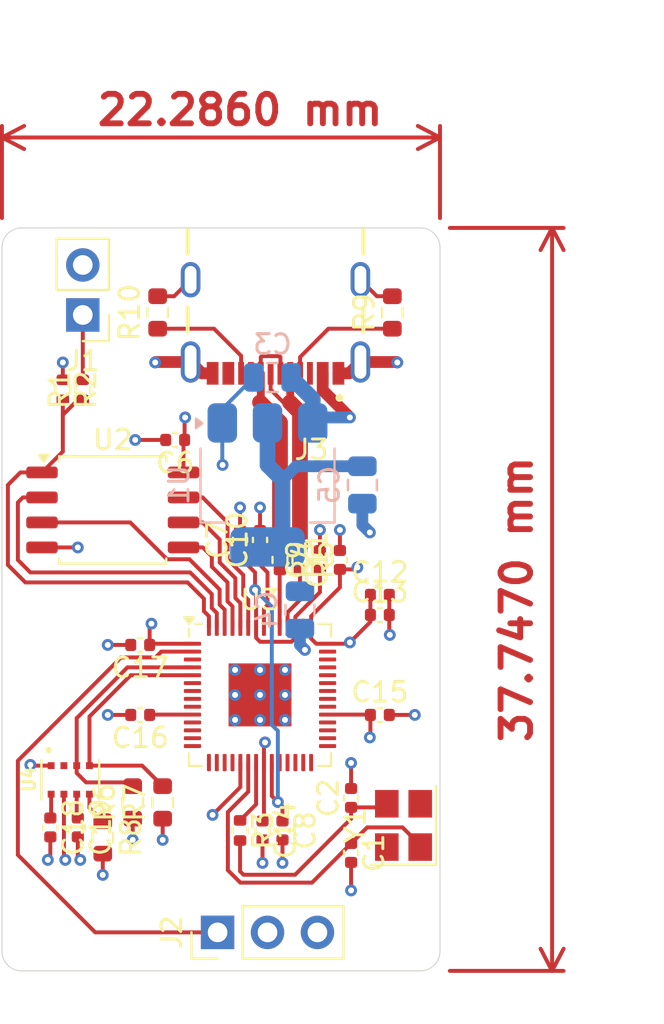
<source format=kicad_pcb>
(kicad_pcb (version 20240108) (generator "pcbnew") (generator_version "8.0")
  (layers (0 "F.Cu" signal) (1 "In1.Cu" power "GND") (2 "In2.Cu" power "3V3") (31 "B.Cu" signal) (34 "B.Paste" user) (35 "F.Paste" user) (36 "B.SilkS" user "B.Silkscreen") (37 "F.SilkS" user "F.Silkscreen") (38 "B.Mask" user) (39 "F.Mask" user) (44 "Edge.Cuts" user))
  (net 0 "")
  (net 1 "GND")
  (net 2 "/MCU/XIN")
  (net 3 "Net-(C2-Pad1)")
  (net 4 "VBUS")
  (net 5 "+3V3")
  (net 6 "+1V1")
  (net 7 "/MCU/~{USB_BOOT}")
  (net 8 "/MCU/GPIO0")
  (net 11 "Net-(J3-CC1)")
  (net 12 "Net-(J3-CC2)")
  (net 13 "/MCU/QSPI_SS")
  (net 14 "/MCU/XOUT")
  (net 15 "Net-(U3-USB_DP)")
  (net 16 "Net-(U3-USB_DM)")
  (net 17 "/MCU/QSPI_SD3")
  (net 18 "/MCU/QSPI_SD2")
  (net 19 "/MCU/QSPI_SD1")
  (net 20 "/MCU/QSPI_SCLK")
  (net 21 "/MCU/QSPI_SD0")
  (net 22 "/MCU/GPIO18")
  (net 23 "/MCU/GPIO1")
  (net 24 "/MCU/GPIO7")
  (net 25 "/MCU/GPIO25")
  (net 26 "/MCU/SWD")
  (net 27 "/MCU/GPIO20")
  (net 28 "/MCU/GPIO10")
  (net 29 "/MCU/GPIO26_ADC0")
  (net 30 "/MCU/GPIO9")
  (net 31 "/MCU/GPIO8")
  (net 32 "/MCU/GPIO5")
  (net 33 "/MCU/GPIO24")
  (net 34 "/MCU/GPIO4")
  (net 35 "/MCU/GPIO28_ADC2")
  (net 36 "/MCU/GPIO21")
  (net 37 "/MCU/GPIO12")
  (net 38 "/MCU/GPIO22")
  (net 39 "/MCU/GPIO15")
  (net 40 "/MCU/GPIO11")
  (net 41 "/MCU/RUN")
  (net 42 "/MCU/GPIO6")
  (net 43 "/MCU/GPIO29_ADC3")
  (net 44 "/MCU/GPIO14")
  (net 45 "/MCU/SWCLK")
  (net 46 "/MCU/GPIO17")
  (net 47 "/MCU/GPIO19")
  (net 48 "/MCU/GPIO27_ADC1")
  (net 49 "/MCU/GPIO16")
  (net 50 "/MCU/GPIO23")
  (net 51 "/MCU/GPIO13")
  (net 53 "USB_D+")
  (net 54 "USB_D-")
  (net 55 "SDI")
  (net 56 "SDK")
  (net 57 "SDO")
  (footprint "Connector_PinHeader_2.54mm:PinHeader_1x02_P2.54mm_Vertical" (layer "F.Cu") (at 133.604 74.295 180)
    (property "Reference" "J1")
    (property "Value" "Conn_01x02")
  )
  (footprint "Package_SO:SOIC-8_5.23x5.23mm_P1.27mm" (layer "F.Cu") (at 135.128 84.201)
    (property "Reference" "U2")
    (property "Value" "W25Q128JVS")
  )
  (footprint "Resistor_SMD:R_0603_1608Metric" (layer "F.Cu") (at 149.352 74.168 90)
    (property "Reference" "R9")
    (property "Value" "5k")
  )
  (footprint "Capacitor_SMD:C_0402_1005Metric" (layer "F.Cu") (at 148.717 89.535)
    (property "Reference" "C13")
    (property "Value" "100n")
  )
  (footprint "Resistor_SMD:R_0603_1608Metric" (layer "F.Cu") (at 134.62 100.838 -90)
    (property "Reference" "R8")
    (property "Value" "100k")
  )
  (footprint "Capacitor_SMD:C_0402_1005Metric" (layer "F.Cu") (at 146.685 86.741 90)
    (property "Reference" "C11")
    (property "Value" "1u")
  )
  (footprint "Capacitor_SMD:C_0402_1005Metric" (layer "F.Cu") (at 147.254 98.833 90)
    (property "Reference" "C2")
    (property "Value" "15p")
  )
  (footprint "Capacitor_SMD:C_0402_1005Metric" (layer "F.Cu") (at 131.953 100.33 -90)
    (property "Reference" "C18")
    (property "Value" "100n")
  )
  (footprint "Crystal:Crystal_SMD_3225-4Pin_3.2x2.5mm" (layer "F.Cu") (at 149.921 100.23 90)
    (property "Reference" "Y1")
    (property "Value" "ABM8-272-T3")
  )
  (footprint "Package_DFN_QFN:QFN-56-1EP_7x7mm_P0.4mm_EP3.2x3.2mm" (layer "F.Cu") (at 142.621 93.599)
    (property "Reference" "U3")
    (property "Value" "RP2040")
  )
  (footprint "Capacitor_SMD:C_0402_1005Metric" (layer "F.Cu") (at 138.303 80.645 180)
    (property "Reference" "C6")
    (property "Value" "100n")
  )
  (footprint "Resistor_SMD:R_0603_1608Metric" (layer "F.Cu") (at 137.668 99.06 90)
    (property "Reference" "R7")
    (property "Value" "10k")
  )
  (footprint "Resistor_SMD:R_0402_1005Metric" (layer "F.Cu") (at 133.604 78.1 90)
    (property "Reference" "R1")
    (property "Value" "1k")
  )
  (footprint "Capacitor_SMD:C_0402_1005Metric" (layer "F.Cu") (at 136.525 94.615 180)
    (property "Reference" "C16")
    (property "Value" "100n")
  )
  (footprint "Resistor_SMD:R_0603_1608Metric" (layer "F.Cu") (at 136.144 99.06 90)
    (property "Reference" "R6")
    (property "Value" "10k")
  )
  (footprint "Resistor_SMD:R_0402_1005Metric" (layer "F.Cu") (at 141.605 100.485 -90)
    (property "Reference" "R3")
    (property "Value" "1k")
  )
  (footprint "Resistor_SMD:R_0603_1608Metric" (layer "F.Cu") (at 137.414 74.168 90)
    (property "Reference" "R10")
    (property "Value" "5k")
  )
  (footprint "Capacitor_SMD:C_0402_1005Metric" (layer "F.Cu") (at 136.525 91.059 180)
    (property "Reference" "C17")
    (property "Value" "100n")
  )
  (footprint "Capacitor_SMD:C_0402_1005Metric" (layer "F.Cu") (at 148.717 94.615)
    (property "Reference" "C15")
    (property "Value" "100n")
  )
  (footprint "Capacitor_SMD:C_0402_1005Metric" (layer "F.Cu") (at 133.35 100.33 -90)
    (property "Reference" "C19")
    (property "Value" "100n")
  )
  (footprint "Resistor_SMD:R_0402_1005Metric" (layer "F.Cu") (at 143.637 86.741 -90)
    (property "Reference" "R4")
    (property "Value" "27")
  )
  (footprint "Capacitor_SMD:C_0402_1005Metric" (layer "F.Cu") (at 142.748 100.485 -90)
    (property "Reference" "C14")
    (property "Value" "100n")
  )
  (footprint "duso:GCT_USB4105-GF-A" (layer "F.Cu") (at 143.4095 72.5055 180)
    (property "Reference" "J3")
    (property "Value" "USB4105-GF-A")
  )
  (footprint "Capacitor_SMD:C_0402_1005Metric" (layer "F.Cu") (at 143.764 100.485 -90)
    (property "Reference" "C8")
    (property "Value" "100n")
  )
  (footprint "Capacitor_SMD:C_0402_1005Metric" (layer "F.Cu") (at 141.605 85.725 90)
    (property "Reference" "C7")
    (property "Value" "100n")
  )
  (footprint "Resistor_SMD:R_0402_1005Metric" (layer "F.Cu") (at 144.653 86.741 -90)
    (property "Reference" "R5")
    (property "Value" "27")
  )
  (footprint "Capacitor_SMD:C_0402_1005Metric" (layer "F.Cu") (at 147.254 101.627 -90)
    (property "Reference" "C1")
    (property "Value" "15p")
  )
  (footprint "Capacitor_SMD:C_0402_1005Metric" (layer "F.Cu") (at 148.717 88.519)
    (property "Reference" "C12")
    (property "Value" "100n")
  )
  (footprint "Capacitor_SMD:C_0402_1005Metric" (layer "F.Cu") (at 145.669 86.741 90)
    (property "Reference" "C9")
    (property "Value" "1u")
  )
  (footprint "duso:XDCR_DPS310XTSA1" (layer "F.Cu") (at 132.969 97.917 90)
    (property "Reference" "U4")
    (property "Value" "DPS310XTSA1")
  )
  (footprint "Connector_PinHeader_2.54mm:PinHeader_1x03_P2.54mm_Vertical" (layer "F.Cu") (at 140.462 105.664 90)
    (property "Reference" "J2")
    (property "Value" "Conn_01x03")
  )
  (footprint "Resistor_SMD:R_0402_1005Metric" (layer "F.Cu") (at 132.588 78.1 -90)
    (property "Reference" "R2")
    (property "Value" "DNF")
  )
  (footprint "Capacitor_SMD:C_0402_1005Metric" (layer "F.Cu") (at 142.621 85.725 90)
    (property "Reference" "C10")
    (property "Value" "100n")
  )
  (footprint "Package_TO_SOT_SMD:SOT-223-3_TabPin2" (layer "B.Cu") (at 143.002 82.931 -90)
    (property "Reference" "U1")
    (property "Value" "NCP1117-3.3_SOT223")
  )
  (footprint "Capacitor_SMD:C_0805_2012Metric" (layer "B.Cu") (at 143.256 77.47 180)
    (property "Reference" "C3")
    (property "Value" "10u")
  )
  (footprint "Capacitor_SMD:C_0805_2012Metric" (layer "B.Cu") (at 144.653 89.281 -90)
    (property "Reference" "C4")
    (property "Value" "10u")
  )
  (footprint "Capacitor_SMD:C_0805_2012Metric" (layer "B.Cu") (at 147.828 82.931 -90)
    (property "Reference" "C5")
    (property "Value" "10u")
  )
  (gr_arc (start 150.778 69.873) (mid 151.485107 70.165893) (end 151.778 70.873) (stroke (width 0.05)) (layer "Edge.Cuts"))
  (gr_arc (start 151.778 106.62) (mid 151.485107 107.327107) (end 150.778 107.62) (stroke (width 0.05)) (layer "Edge.Cuts"))
  (gr_arc (start 130.492 107.62) (mid 129.784893 107.327107) (end 129.492 106.62) (stroke (width 0.05)) (layer "Edge.Cuts"))
  (gr_line (start 150.778 107.62) (end 130.492 107.62) (stroke (width 0.05)) (layer "Edge.Cuts"))
  (gr_line (start 151.778 70.873) (end 151.778 106.62) (stroke (width 0.05)) (layer "Edge.Cuts"))
  (gr_arc (start 129.492 70.873) (mid 129.784893 70.165893) (end 130.492 69.873) (stroke (width 0.05)) (layer "Edge.Cuts"))
  (gr_line (start 130.492 69.873) (end 150.778 69.873) (stroke (width 0.05)) (layer "Edge.Cuts"))
  (gr_line (start 129.492 106.62) (end 129.492 70.873) (stroke (width 0.05)) (layer "Edge.Cuts"))
  (dimension (type aligned) (layer "F.Cu") (pts (xy 151.778 69.873) (xy 151.778 107.62)) (height -5.702) (gr_text "37.7470 mm" (at 155.68 88.7465 90) (layer "F.Cu") (effects (font (size 1.5 1.5) (thickness 0.3)))) (format (prefix "") (suffix "") (units 3) (units_format 1) (precision 4)) (style (thickness 0.2) (arrow_length 1.27) (text_position_mode 0) (extension_height 0.58642) (extension_offset 0.5) keep_text_aligned))
  (dimension (type aligned) (layer "F.Cu") (pts (xy 129.492 69.873) (xy 151.778 69.873)) (height -4.595) (gr_text "22.2860 mm" (at 141.605 63.881 0) (layer "F.Cu") (effects (font (size 1.5 1.5) (thickness 0.3)))) (format (prefix "") (suffix "") (units 3) (units_format 1) (precision 4)) (style (thickness 0.2) (arrow_length 1.27) (text_position_mode 2) (extension_height 0.58642) (extension_offset 0.5) keep_text_aligned))
  (segment (start 147.7295 76.6855) (end 149.5835 76.6855) (width 0.6) (layer "F.Cu") (net 1))
  (segment (start 148.567 73.343) (end 147.7295 72.5055) (width 0.2) (layer "F.Cu") (net 1))
  (segment (start 146.6095 77.2605) (end 147.1545 77.2605) (width 0.6) (layer "F.Cu") (net 1))
  (segment (start 142.621 85.245) (end 142.621 84.074) (width 0.2) (layer "F.Cu") (net 1))
  (segment (start 134.62 101.663) (end 134.62 102.743) (width 0.2) (layer "F.Cu") (net 1))
  (segment (start 136.045 91.059) (end 134.874 91.059) (width 0.2) (layer "F.Cu") (net 1))
  (segment (start 133.35 101.854) (end 133.477 101.981) (width 0.2) (layer "F.Cu") (net 1))
  (segment (start 139.6645 77.2605) (end 139.0895 76.6855) (width 0.6) (layer "F.Cu") (net 1))
  (segment (start 141.621 97.0365) (end 141.621 98.282) (width 0.2) (layer "F.Cu") (net 1))
  (segment (start 146.685 86.261) (end 146.685 85.217) (width 0.2) (layer "F.Cu") (net 1))
  (segment (start 132.644 101.91) (end 132.715 101.981) (width 0.2) (layer "F.Cu") (net 1))
  (segment (start 149.197 88.519) (end 149.197 89.535) (width 0.2) (layer "F.Cu") (net 1))
  (segment (start 147.1545 77.2605) (end 147.7295 76.6855) (width 0.6) (layer "F.Cu") (net 1))
  (segment (start 149.197 94.615) (end 150.495 94.615) (width 0.2) (layer "F.Cu") (net 1))
  (segment (start 147.254 98.353) (end 147.254 97.055) (width 0.2) (layer "F.Cu") (net 1))
  (segment (start 143.764 100.965) (end 143.764 102.136) (width 0.2) (layer "F.Cu") (net 1))
  (segment (start 131.953 101.854) (end 131.826 101.981) (width 0.2) (layer "F.Cu") (net 1))
  (segment (start 141.605 85.245) (end 141.605 84.074) (width 0.2) (layer "F.Cu") (net 1))
  (segment (start 139.0895 76.6855) (end 137.3095 76.6855) (width 0.6) (layer "F.Cu") (net 1))
  (segment (start 149.197 89.535) (end 149.197 90.523) (width 0.2) (layer "F.Cu") (net 1))
  (segment (start 138.252 73.343) (end 139.0895 72.5055) (width 0.2) (layer "F.Cu") (net 1))
  (segment (start 131.953 100.81) (end 131.953 101.854) (width 0.2) (layer "F.Cu") (net 1))
  (segment (start 141.621 98.282) (end 140.208 99.695) (width 0.2) (layer "F.Cu") (net 1))
  (segment (start 130.974 97.192) (end 130.937 97.155) (width 0.2) (layer "F.Cu") (net 1))
  (segment (start 137.823 80.645) (end 136.271 80.645) (width 0.2) (layer "F.Cu") (net 1))
  (segment (start 133.35 100.81) (end 133.35 101.854) (width 0.2) (layer "F.Cu") (net 1))
  (segment (start 147.254 102.107) (end 147.254 103.532) (width 0.2) (layer "F.Cu") (net 1))
  (segment (start 145.669 86.261) (end 145.669 85.217) (width 0.2) (layer "F.Cu") (net 1))
  (segment (start 149.352 73.343) (end 148.567 73.343) (width 0.2) (layer "F.Cu") (net 1))
  (segment (start 137.3095 76.6855) (end 137.287 76.708) (width 0.6) (layer "F.Cu") (net 1))
  (segment (start 137.414 73.343) (end 138.252 73.343) (width 0.2) (layer "F.Cu") (net 1))
  (segment (start 131.994 97.192) (end 130.974 97.192) (width 0.2) (layer "F.Cu") (net 1))
  (segment (start 140.2095 77.2605) (end 139.6645 77.2605) (width 0.6) (layer "F.Cu") (net 1))
  (segment (start 131.528 86.106) (end 133.35 86.106) (width 0.2) (layer "F.Cu") (net 1))
  (segment (start 149.197 90.523) (end 149.225 90.551) (width 0.2) (layer "F.Cu") (net 1))
  (segment (start 149.5835 76.6855) (end 149.606 76.708) (width 0.6) (layer "F.Cu") (net 1))
  (segment (start 136.045 94.615) (end 134.874 94.615) (width 0.2) (layer "F.Cu") (net 1))
  (segment (start 132.644 98.642) (end 132.644 101.91) (width 0.2) (layer "F.Cu") (net 1))
  (segment (start 142.748 100.965) (end 142.748 102.136) (width 0.2) (layer "F.Cu") (net 1))
  (via (at 143.891 94.869) (size 0.6) (drill 0.3) (layers "F.Cu" "B.Cu") (net 1))
  (via (at 150.495 94.615) (size 0.6) (drill 0.3) (layers "F.Cu" "B.Cu") (net 1))
  (via (at 142.621 94.869) (size 0.6) (drill 0.3) (layers "F.Cu" "B.Cu") (net 1))
  (via (at 142.621 92.329) (size 0.6) (drill 0.3) (layers "F.Cu" "B.Cu") (net 1))
  (via (at 140.208 99.695) (size 0.6) (drill 0.3) (layers "F.Cu" "B.Cu") (net 1))
  (via (at 136.271 80.645) (size 0.6) (drill 0.3) (layers "F.Cu" "B.Cu") (net 1))
  (via (at 147.254 103.532) (size 0.6) (drill 0.3) (layers "F.Cu" "B.Cu") (net 1))
  (via (at 149.225 90.551) (size 0.6) (drill 0.3) (layers "F.Cu" "B.Cu") (net 1))
  (via (at 149.606 76.708) (size 0.6) (drill 0.3) (layers "F.Cu" "B.Cu") (net 1))
  (via (at 133.35 86.106) (size 0.6) (drill 0.3) (layers "F.Cu" "B.Cu") (net 1))
  (via (at 143.891 92.329) (size 0.6) (drill 0.3) (layers "F.Cu" "B.Cu") (net 1))
  (via (at 134.874 91.059) (size 0.6) (drill 0.3) (layers "F.Cu" "B.Cu") (net 1))
  (via (at 143.891 93.599) (size 0.6) (drill 0.3) (layers "F.Cu" "B.Cu") (net 1))
  (via (at 145.669 85.217) (size 0.6) (drill 0.3) (layers "F.Cu" "B.Cu") (net 1))
  (via (at 134.874 94.615) (size 0.6) (drill 0.3) (layers "F.Cu" "B.Cu") (net 1))
  (via (at 141.351 92.329) (size 0.6) (drill 0.3) (layers "F.Cu" "B.Cu") (net 1))
  (via (at 144.907 91.313) (size 0.6) (drill 0.3) (layers "F.Cu" "B.Cu") (net 1))
  (via (at 142.748 102.136) (size 0.6) (drill 0.3) (layers "F.Cu" "B.Cu") (net 1))
  (via (at 131.826 101.981) (size 0.6) (drill 0.3) (layers "F.Cu" "B.Cu") (net 1))
  (via (at 134.62 102.743) (size 0.6) (drill 0.3) (layers "F.Cu" "B.Cu") (net 1))
  (via (at 142.621 92.329) (size 0.6) (drill 0.3) (layers "F.Cu" "B.Cu") (net 1))
  (via (at 133.477 101.981) (size 0.6) (drill 0.3) (layers "F.Cu" "B.Cu") (net 1))
  (via (at 141.605 84.074) (size 0.6) (drill 0.3) (layers "F.Cu" "B.Cu") (net 1))
  (via (at 143.764 102.136) (size 0.6) (drill 0.3) (layers "F.Cu" "B.Cu") (net 1))
  (via (at 141.351 94.869) (size 0.6) (drill 0.3) (layers "F.Cu" "B.Cu") (net 1))
  (via (at 132.715 101.981) (size 0.6) (drill 0.3) (layers "F.Cu" "B.Cu") (net 1))
  (via (at 130.937 97.155) (size 0.6) (drill 0.3) (layers "F.Cu" "B.Cu") (net 1))
  (via (at 140.716 81.915) (size 0.6) (drill 0.3) (layers "F.Cu" "B.Cu") (net 1))
  (via (at 146.685 85.217) (size 0.6) (drill 0.3) (layers "F.Cu" "B.Cu") (net 1))
  (via (at 137.287 76.708) (size 0.6) (drill 0.3) (layers "F.Cu" "B.Cu") (net 1))
  (via (at 141.351 93.599) (size 0.6) (drill 0.3) (layers "F.Cu" "B.Cu") (net 1))
  (via (at 142.621 84.074) (size 0.6) (drill 0.3) (layers "F.Cu" "B.Cu") (net 1))
  (via (at 142.621 93.599) (size 0.6) (drill 0.3) (layers "F.Cu" "B.Cu") (net 1))
  (via (at 147.254 97.055) (size 0.6) (drill 0.3) (layers "F.Cu" "B.Cu") (net 1))
  (via (at 148.209 85.344) (size 0.6) (drill 0.3) (layers "F.Cu" "B.Cu") (net 1))
  (segment (start 144.653 90.231) (end 144.653 91.059) (width 0.6) (layer "B.Cu") (net 1))
  (segment (start 140.702 79.781) (end 140.702 81.901) (width 0.2) (layer "B.Cu") (net 1))
  (segment (start 147.828 84.963) (end 148.209 85.344) (width 0.6) (layer "B.Cu") (net 1))
  (segment (start 142.306 77.47) (end 140.702 79.074) (width 0.2) (layer "B.Cu") (net 1))
  (segment (start 140.702 81.901) (end 140.716 81.915) (width 0.2) (layer "B.Cu") (net 1))
  (segment (start 144.653 91.059) (end 144.907 91.313) (width 0.6) (layer "B.Cu") (net 1))
  (segment (start 140.702 79.074) (end 140.702 79.781) (width 0.2) (layer "B.Cu") (net 1))
  (segment (start 147.828 83.881) (end 147.828 84.963) (width 0.6) (layer "B.Cu") (net 1))
  (segment (start 145.265 103.136) (end 147.254 101.147) (width 0.2) (layer "F.Cu") (net 2))
  (segment (start 149.871 100.33) (end 150.771 101.23) (width 0.2) (layer "F.Cu") (net 2))
  (segment (start 142.020999 98.517001) (end 140.985 99.553) (width 0.2) (layer "F.Cu") (net 2))
  (segment (start 147.254 101.147) (end 148.071 100.33) (width 0.2) (layer "F.Cu") (net 2))
  (segment (start 142.020999 97.0365) (end 142.020999 98.517001) (width 0.2) (layer "F.Cu") (net 2))
  (segment (start 150.771 101.23) (end 150.771 101.33) (width 0.2) (layer "F.Cu") (net 2))
  (segment (start 140.985 99.553) (end 140.985 102.504) (width 0.2) (layer "F.Cu") (net 2))
  (segment (start 148.071 100.33) (end 149.871 100.33) (width 0.2) (layer "F.Cu") (net 2))
  (segment (start 140.985 102.504) (end 141.617 103.136) (width 0.2) (layer "F.Cu") (net 2))
  (segment (start 141.617 103.136) (end 145.265 103.136) (width 0.2) (layer "F.Cu") (net 2))
  (segment (start 141.605 100.995) (end 141.605 102.558314) (width 0.2) (layer "F.Cu") (net 3))
  (segment (start 141.782686 102.736) (end 144.406 102.736) (width 0.2) (layer "F.Cu") (net 3))
  (segment (start 147.254 99.313) (end 148.888 99.313) (width 0.2) (layer "F.Cu") (net 3))
  (segment (start 144.406 102.736) (end 147.254 99.888) (width 0.2) (layer "F.Cu") (net 3))
  (segment (start 148.888 99.313) (end 149.071 99.13) (width 0.2) (layer "F.Cu") (net 3))
  (segment (start 141.605 102.558314) (end 141.782686 102.736) (width 0.2) (layer "F.Cu") (net 3))
  (segment (start 147.254 99.888) (end 147.254 99.313) (width 0.2) (layer "F.Cu") (net 3))
  (segment (start 145.8095 78.1185) (end 147.193 79.502) (width 0.6) (layer "F.Cu") (net 4))
  (segment (start 145.8095 77.2605) (end 145.8095 78.1185) (width 0.6) (layer "F.Cu") (net 4))
  (via (at 147.193 79.502) (size 0.6) (drill 0.3) (layers "F.Cu" "B.Cu") (net 4))
  (segment (start 144.206 77.47) (end 145.302 78.566) (width 0.8) (layer "B.Cu") (net 4))
  (segment (start 145.581 79.502) (end 145.302 79.781) (width 0.6) (layer "B.Cu") (net 4))
  (segment (start 147.193 79.502) (end 145.581 79.502) (width 0.6) (layer "B.Cu") (net 4))
  (segment (start 145.302 78.566) (end 145.302 79.781) (width 0.8) (layer "B.Cu") (net 4))
  (segment (start 138.783 79.53) (end 138.811 79.502) (width 0.2) (layer "F.Cu") (net 5))
  (segment (start 133.294 99.794) (end 133.35 99.85) (width 0.2) (layer "F.Cu") (net 5))
  (segment (start 145.221 90.561501) (end 145.221 90.738) (width 0.2) (layer "F.Cu") (net 5))
  (segment (start 148.237 89.535) (end 148.237 89.888) (width 0.2) (layer "F.Cu") (net 5))
  (segment (start 147.126 90.999) (end 147.193 90.932) (width 0.2) (layer "F.Cu") (net 5))
  (segment (start 143.002 87.376) (end 143.002 89.027) (width 0.2) (layer "F.Cu") (net 5))
  (segment (start 144.820999 90.1615) (end 145.221 90.561501) (width 0.2) (layer "F.Cu") (net 5))
  (segment (start 137.005 90.071) (end 137.0965 89.9795) (width 0.2) (layer "F.Cu") (net 5))
  (segment (start 142.821 99.932) (end 142.748 100.005) (width 0.2) (layer "F.Cu") (net 5))
  (segment (start 146.0585 94.599) (end 148.221 94.599) (width 0.2) (layer "F.Cu") (net 5))
  (segment (start 145.221 90.1615) (end 145.221 90.738) (width 0.2) (layer "F.Cu") (net 5))
  (segment (start 143.002 89.027) (end 142.821 89.208) (width 0.2) (layer "F.Cu") (net 5))
  (segment (start 146.0585 90.999) (end 147.126 90.999) (width 0.2) (layer "F.Cu") (net 5))
  (segment (start 139.1835 90.999) (end 137.065 90.999) (width 0.2) (layer "F.Cu") (net 5))
  (segment (start 148.237 94.615) (end 148.237 95.73) (width 0.2) (layer "F.Cu") (net 5))
  (segment (start 142.821 96.066) (end 142.875 96.012) (width 0.2) (layer "F.Cu") (net 5))
  (segment (start 136.144 99.885) (end 136.144 100.965) (width 0.2) (layer "F.Cu") (net 5))
  (segment (start 138.783 80.645) (end 138.783 79.53) (width 0.2) (layer "F.Cu") (net 5))
  (segment (start 138.728 80.7) (end 138.783 80.645) (width 0.2) (layer "F.Cu") (net 5))
  (segment (start 142.821 97.0365) (end 142.821 96.066) (width 0.2) (layer "F.Cu") (net 5))
  (segment (start 138.728 82.296) (end 138.728 80.7) (width 0.2) (layer "F.Cu") (net 5))
  (segment (start 145.482 90.999) (end 146.0585 90.999) (width 0.2) (layer "F.Cu") (net 5))
  (segment (start 142.821 89.208) (end 142.821 90.1615) (width 0.2) (layer "F.Cu") (net 5))
  (segment (start 137.668 99.885) (end 137.668 100.965) (width 0.2) (layer "F.Cu") (net 5))
  (segment (start 131.994 99.809) (end 131.953 99.85) (width 0.2) (layer "F.Cu") (net 5))
  (segment (start 146.685 88.138) (end 146.685 87.221) (width 0.2) (layer "F.Cu") (net 5))
  (segment (start 143.002 89.027) (end 143.221001 89.246001) (width 0.2) (layer "F.Cu") (net 5))
  (segment (start 145.221 90.1615) (end 145.221 89.602) (width 0.2) (layer "F.Cu") (net 5))
  (segment (start 137.065 90.999) (end 137.005 91.059) (width 0.2) (layer "F.Cu") (net 5))
  (segment (start 142.821 97.0365) (end 142.821 99.932) (width 0.2) (layer "F.Cu") (net 5))
  (segment (start 131.994 98.642) (end 131.994 99.809) (width 0.2) (layer "F.Cu") (net 5))
  (segment (start 133.294 98.642) (end 133.294 99.794) (width 0.2) (layer "F.Cu") (net 5))
  (segment (start 132.588 77.59) (end 132.588 76.708) (width 0.2) (layer "F.Cu") (net 5))
  (segment (start 148.237 95.73) (end 148.209 95.758) (width 0.2) (layer "F.Cu") (net 5))
  (segment (start 142.621 86.995) (end 143.002 87.376) (width 0.2) (layer "F.Cu") (net 5))
  (segment (start 147.475 87.221) (end 147.574 87.122) (width 0.2) (layer "F.Cu") (net 5))
  (segment (start 137.021 94.599) (end 137.005 94.615) (width 0.2) (layer "F.Cu") (net 5))
  (segment (start 148.237 89.888) (end 147.193 90.932) (width 0.2) (layer "F.Cu") (net 5))
  (segment (start 148.237 88.519) (end 148.237 89.535) (width 0.2) (layer "F.Cu") (net 5))
  (segment (start 146.685 87.221) (end 147.475 87.221) (width 0.2) (layer "F.Cu") (net 5))
  (segment (start 142.621 86.205) (end 142.621 86.995) (width 0.2) (layer "F.Cu") (net 5))
  (segment (start 145.221 89.602) (end 146.685 88.138) (width 0.2) (layer "F.Cu") (net 5))
  (segment (start 139.1835 94.599) (end 137.021 94.599) (width 0.2) (layer "F.Cu") (net 5))
  (segment (start 137.005 91.059) (end 137.005 90.071) (width 0.2) (layer "F.Cu") (net 5))
  (segment (start 148.221 94.599) (end 148.237 94.615) (width 0.2) (layer "F.Cu") (net 5))
  (segment (start 143.221001 89.246001) (end 143.221001 90.1615) (width 0.2) (layer "F.Cu") (net 5))
  (segment (start 145.221 90.738) (end 145.482 90.999) (width 0.2) (layer "F.Cu") (net 5))
  (via (at 132.588 76.708) (size 0.6) (drill 0.3) (layers "F.Cu" "B.Cu") (net 5))
  (via (at 137.0965 89.9795) (size 0.6) (drill 0.3) (layers "F.Cu" "B.Cu") (net 5))
  (via (at 142.875 96.012) (size 0.6) (drill 0.3) (layers "F.Cu" "B.Cu") (net 5))
  (via (at 136.144 100.965) (size 0.6) (drill 0.3) (layers "F.Cu" "B.Cu") (net 5))
  (via (at 138.811 79.502) (size 0.6) (drill 0.3) (layers "F.Cu" "B.Cu") (net 5))
  (via (at 147.574 87.122) (size 0.6) (drill 0.3) (layers "F.Cu" "B.Cu") (net 5))
  (via (at 148.209 95.758) (size 0.6) (drill 0.3) (layers "F.Cu" "B.Cu") (net 5))
  (via (at 137.668 100.965) (size 0.6) (drill 0.3) (layers "F.Cu" "B.Cu") (net 5))
  (via (at 147.193 90.932) (size 0.6) (drill 0.3) (layers "F.Cu" "B.Cu") (net 5))
  (segment (start 143.002 81.915) (end 143.764 82.677) (width 0.8) (layer "B.Cu") (net 5))
  (segment (start 143.764 82.677) (end 144.46 81.981) (width 0.6) (layer "B.Cu") (net 5))
  (segment (start 144.46 81.981) (end 147.828 81.981) (width 0.6) (layer "B.Cu") (net 5))
  (segment (start 143.764 85.319) (end 143.002 86.081) (width 0.8) (layer "B.Cu") (net 5))
  (segment (start 143.002 79.781) (end 143.002 81.915) (width 0.8) (layer "B.Cu") (net 5))
  (segment (start 143.764 82.677) (end 143.764 85.319) (width 0.8) (layer "B.Cu") (net 5))
  (segment (start 143.221001 98.733001) (end 143.221001 97.0365) (width 0.2) (layer "F.Cu") (net 6))
  (segment (start 144.21736 90.899) (end 144.421 90.69536) (width 0.2) (layer "F.Cu") (net 6))
  (segment (start 144.421 90.69536) (end 144.421 89.627639) (width 0.2) (layer "F.Cu") (net 6))
  (segment (start 145.669 88.379639) (end 145.669 87.221) (width 0.2) (layer "F.Cu") (net 6))
  (segment (start 142.367 88.265) (end 142.367 87.376) (width 0.2) (layer "F.Cu") (net 6))
  (segment (start 143.529 99.041) (end 143.764 99.276) (width 0.2) (layer "F.Cu") (net 6))
  (segment (start 142.421 90.1615) (end 142.421 88.319) (width 0.2) (layer "F.Cu") (net 6))
  (segment (start 141.605 86.205) (end 141.605 86.614) (width 0.2) (layer "F.Cu") (net 6))
  (segment (start 142.367 88.265) (end 142.421 88.319) (width 0.2) (layer "F.Cu") (net 6))
  (segment (start 143.529 99.041) (end 143.221001 98.733001) (width 0.2) (layer "F.Cu") (net 6))
  (segment (start 142.421 90.69536) (end 142.62464 90.899) (width 0.2) (layer "F.Cu") (net 6))
  (segment (start 141.605 86.614) (end 142.24 87.249) (width 0.2) (layer "F.Cu") (net 6))
  (segment (start 144.421 89.627639) (end 145.669 88.379639) (width 0.2) (layer "F.Cu") (net 6))
  (segment (start 142.62464 90.899) (end 144.21736 90.899) (width 0.2) (layer "F.Cu") (net 6))
  (segment (start 143.764 99.276) (end 143.764 100.005) (width 0.2) (layer "F.Cu") (net 6))
  (segment (start 142.421 88.319) (end 142.421 90.69536) (width 0.2) (layer "F.Cu") (net 6))
  (segment (start 144.421 90.1615) (end 144.421 89.627639) (width 0.2) (layer "F.Cu") (net 6))
  (segment (start 142.367 87.376) (end 142.24 87.249) (width 0.2) (layer "F.Cu") (net 6))
  (via (at 143.529 99.041) (size 0.6) (drill 0.3) (layers "F.Cu" "B.Cu") (net 6))
  (via (at 142.367 88.265) (size 0.6) (drill 0.3) (layers "F.Cu" "B.Cu") (net 6))
  (segment (start 143.221 95.117529) (end 143.529 95.425529) (width 0.2) (layer "B.Cu") (net 6))
  (segment (start 143.221 89.119) (end 143.221 95.117529) (width 0.2) (layer "B.Cu") (net 6))
  (segment (start 143.529 95.425529) (end 143.529 99.041) (width 0.2) (layer "B.Cu") (net 6))
  (segment (start 142.367 88.265) (end 143.221 89.119) (width 0.2) (layer "B.Cu") (net 6))
  (segment (start 133.604 77.59) (end 133.604 74.295) (width 0.2) (layer "F.Cu") (net 7))
  (segment (start 137.601133 91.399001) (end 137.306134 91.694) (width 0.2) (layer "F.Cu") (net 8))
  (segment (start 130.302 96.941471) (end 130.302 101.727) (width 0.2) (layer "F.Cu") (net 8))
  (segment (start 134.239 105.664) (end 140.462 105.664) (width 0.2) (layer "F.Cu") (net 8))
  (segment (start 139.1835 91.399001) (end 137.601133 91.399001) (width 0.2) (layer "F.Cu") (net 8))
  (segment (start 137.306134 91.694) (end 135.549471 91.694) (width 0.2) (layer "F.Cu") (net 8))
  (segment (start 135.549471 91.694) (end 130.302 96.941471) (width 0.2) (layer "F.Cu") (net 8))
  (segment (start 130.302 101.727) (end 134.239 105.664) (width 0.2) (layer "F.Cu") (net 8))
  (segment (start 144.6595 76.4355) (end 144.6595 77.2605) (width 0.2) (layer "F.Cu") (net 11))
  (segment (start 149.352 74.993) (end 146.102 74.993) (width 0.2) (layer "F.Cu") (net 11))
  (segment (start 146.102 74.993) (end 144.6595 76.4355) (width 0.2) (layer "F.Cu") (net 11))
  (segment (start 141.6595 76.370906) (end 141.6595 77.2605) (width 0.2) (layer "F.Cu") (net 12))
  (segment (start 140.281594 74.993) (end 141.6595 76.370906) (width 0.2) (layer "F.Cu") (net 12))
  (segment (start 137.414 74.993) (end 140.281594 74.993) (width 0.2) (layer "F.Cu") (net 12))
  (segment (start 133.353 78.61) (end 133.604 78.61) (width 0.2) (layer "F.Cu") (net 13))
  (segment (start 130.683 87.884) (end 138.938 87.884) (width 0.2) (layer "F.Cu") (net 13))
  (segment (start 140.021 89.601372) (end 140.021 90.1615) (width 0.2) (layer "F.Cu") (net 13))
  (segment (start 139.767 88.713) (end 139.767 89.347372) (width 0.2) (layer "F.Cu") (net 13))
  (segment (start 131.528 82.296) (end 130.429 82.296) (width 0.2) (layer "F.Cu") (net 13))
  (segment (start 132.588 79.375) (end 133.353 78.61) (width 0.2) (layer "F.Cu") (net 13))
  (segment (start 132.588 79.375) (end 132.588 78.61) (width 0.2) (layer "F.Cu") (net 13))
  (segment (start 132.588 81.236) (end 132.588 79.375) (width 0.2) (layer "F.Cu") (net 13))
  (segment (start 131.528 82.296) (end 132.588 81.236) (width 0.2) (layer "F.Cu") (net 13))
  (segment (start 129.794 86.995) (end 130.683 87.884) (width 0.2) (layer "F.Cu") (net 13))
  (segment (start 138.938 87.884) (end 139.767 88.713) (width 0.2) (layer "F.Cu") (net 13))
  (segment (start 129.794 82.931) (end 129.794 86.995) (width 0.2) (layer "F.Cu") (net 13))
  (segment (start 139.767 89.347372) (end 140.021 89.601372) (width 0.2) (layer "F.Cu") (net 13))
  (segment (start 130.429 82.296) (end 129.794 82.931) (width 0.2) (layer "F.Cu") (net 13))
  (segment (start 142.421 97.0365) (end 142.421 99.159) (width 0.2) (layer "F.Cu") (net 14))
  (segment (start 142.421 99.159) (end 141.605 99.975) (width 0.2) (layer "F.Cu") (net 14))
  (segment (start 143.621 87.267) (end 143.637 87.251) (width 0.2) (layer "F.Cu") (net 15))
  (segment (start 143.621 90.1615) (end 143.621 87.267) (width 0.2) (layer "F.Cu") (net 15))
  (segment (start 144.653 88.773) (end 144.653 87.251) (width 0.2) (layer "F.Cu") (net 16))
  (segment (start 144.021 89.405) (end 144.653 88.773) (width 0.2) (layer "F.Cu") (net 16))
  (segment (start 144.021 90.1615) (end 144.021 89.405) (width 0.2) (layer "F.Cu") (net 16))
  (segment (start 140.97 84.836) (end 140.97 86.70632) (width 0.2) (layer "F.Cu") (net 17))
  (segment (start 141.767 88.513529) (end 142.020999 88.767528) (width 0.2) (layer "F.Cu") (net 17))
  (segment (start 139.7 83.566) (end 140.97 84.836) (width 0.2) (layer "F.Cu") (net 17))
  (segment (start 138.728 83.566) (end 139.7 83.566) (width 0.2) (layer "F.Cu") (net 17))
  (segment (start 142.020999 88.767528) (end 142.020999 90.1615) (width 0.2) (layer "F.Cu") (net 17))
  (segment (start 141.767 87.50332) (end 141.767 88.513529) (width 0.2) (layer "F.Cu") (net 17))
  (segment (start 140.97 86.70632) (end 141.767 87.50332) (width 0.2) (layer "F.Cu") (net 17))
  (segment (start 137.887 86.706) (end 139.03 86.706) (width 0.2) (layer "F.Cu") (net 18))
  (segment (start 140.567 89.016) (end 140.821 89.27) (width 0.2) (layer "F.Cu") (net 18))
  (segment (start 140.567 88.243) (end 140.567 89.016) (width 0.2) (layer "F.Cu") (net 18))
  (segment (start 139.03 86.706) (end 140.567 88.243) (width 0.2) (layer "F.Cu") (net 18))
  (segment (start 136.017 84.836) (end 137.887 86.706) (width 0.2) (layer "F.Cu") (net 18))
  (segment (start 131.528 84.836) (end 136.017 84.836) (width 0.2) (layer "F.Cu") (net 18))
  (segment (start 140.821 89.27) (end 140.821 90.1615) (width 0.2) (layer "F.Cu") (net 18))
  (segment (start 130.302 86.741) (end 130.937 87.376) (width 0.2) (layer "F.Cu") (net 19))
  (segment (start 139.065 87.376) (end 140.167 88.478) (width 0.2) (layer "F.Cu") (net 19))
  (segment (start 130.937 87.376) (end 139.065 87.376) (width 0.2) (layer "F.Cu") (net 19))
  (segment (start 131.528 83.566) (end 130.556 83.566) (width 0.2) (layer "F.Cu") (net 19))
  (segment (start 140.421001 89.435687) (end 140.421001 90.1615) (width 0.2) (layer "F.Cu") (net 19))
  (segment (start 140.167 88.478) (end 140.167 89.181686) (width 0.2) (layer "F.Cu") (net 19))
  (segment (start 140.167 89.181686) (end 140.421001 89.435687) (width 0.2) (layer "F.Cu") (net 19))
  (segment (start 130.556 83.566) (end 130.302 83.82) (width 0.2) (layer "F.Cu") (net 19))
  (segment (start 130.302 83.82) (end 130.302 86.741) (width 0.2) (layer "F.Cu") (net 19))
  (segment (start 141.367 87.669006) (end 141.367 88.679215) (width 0.2) (layer "F.Cu") (net 20))
  (segment (start 141.621 88.933215) (end 141.621 90.1615) (width 0.2) (layer "F.Cu") (net 20))
  (segment (start 140.57 85.706) (end 140.57 86.872006) (width 0.2) (layer "F.Cu") (net 20))
  (segment (start 139.7 84.836) (end 140.57 85.706) (width 0.2) (layer "F.Cu") (net 20))
  (segment (start 138.728 84.836) (end 139.7 84.836) (width 0.2) (layer "F.Cu") (net 20))
  (segment (start 141.367 88.679215) (end 141.621 88.933215) (width 0.2) (layer "F.Cu") (net 20))
  (segment (start 140.57 86.872006) (end 141.367 87.669006) (width 0.2) (layer "F.Cu") (net 20))
  (segment (start 140.967 88.844901) (end 141.221 89.098901) (width 0.2) (layer "F.Cu") (net 21))
  (segment (start 140.17 87.084) (end 140.967 87.881) (width 0.2) (layer "F.Cu") (net 21))
  (segment (start 140.17 86.562975) (end 140.17 87.084) (width 0.2) (layer "F.Cu") (net 21))
  (segment (start 139.713025 86.106) (end 140.17 86.562975) (width 0.2) (layer "F.Cu") (net 21))
  (segment (start 138.728 86.106) (end 139.713025 86.106) (width 0.2) (layer "F.Cu") (net 21))
  (segment (start 141.221 89.098901) (end 141.221 90.1615) (width 0.2) (layer "F.Cu") (net 21))
  (segment (start 140.967 87.881) (end 140.967 88.844901) (width 0.2) (layer "F.Cu") (net 21))
  (segment (start 142.621 78.74) (end 142.6595 78.7015) (width 0.2) (layer "F.Cu") (net 53))
  (segment (start 143.637 86.231) (end 143.637 79.756) (width 0.8) (layer "F.Cu") (net 53))
  (segment (start 143.637 79.756) (end 142.621 78.74) (width 0.8) (layer "F.Cu") (net 53))
  (segment (start 142.6595 76.4355) (end 142.7095 76.3855) (width 0.2) (layer "F.Cu") (net 53))
  (segment (start 143.6595 76.4355) (end 143.6595 77.2605) (width 0.2) (layer "F.Cu") (net 53))
  (segment (start 143.6095 76.3855) (end 143.6595 76.4355) (width 0.2) (layer "F.Cu") (net 53))
  (segment (start 142.7095 76.3855) (end 143.6095 76.3855) (width 0.2) (layer "F.Cu") (net 53))
  (segment (start 142.6595 78.7015) (end 142.6595 77.2605) (width 0.4) (layer "F.Cu") (net 53))
  (segment (start 142.6595 77.2605) (end 142.6595 76.4355) (width 0.2) (layer "F.Cu") (net 53))
  (segment (start 144.145 78.74) (end 144.1595 78.7255) (width 0.2) (layer "F.Cu") (net 54))
  (segment (start 143.814 78.74) (end 144.145 78.74) (width 0.2) (layer "F.Cu") (net 54))
  (segment (start 144.1595 77.978) (end 144.1595 77.2605) (width 0.4) (layer "F.Cu") (net 54))
  (segment (start 144.653 86.231) (end 144.653 79.248) (width 0.8) (layer "F.Cu") (net 54))
  (segment (start 143.1595 77.2605) (end 143.1595 78.0855) (width 0.2) (layer "F.Cu") (net 54))
  (segment (start 144.653 79.248) (end 144.145 78.74) (width 0.8) (layer "F.Cu") (net 54))
  (segment (start 143.1595 78.0855) (end 143.814 78.74) (width 0.2) (layer "F.Cu") (net 54))
  (segment (start 144.1595 78.7255) (end 144.1595 77.978) (width 0.4) (layer "F.Cu") (net 54))
  (segment (start 133.294 97.567) (end 133.771 98.044) (width 0.2) (layer "F.Cu") (net 55))
  (segment (start 135.875785 92.199) (end 139.1835 92.199) (width 0.2) (layer "F.Cu") (net 55))
  (segment (start 133.294 97.192) (end 133.294 97.567) (width 0.2) (layer "F.Cu") (net 55))
  (segment (start 133.294 97.192) (end 133.294 94.780785) (width 0.2) (layer "F.Cu") (net 55))
  (segment (start 133.294 94.780785) (end 135.875785 92.199) (width 0.2) (layer "F.Cu") (net 55))
  (segment (start 135.953 98.044) (end 136.144 98.235) (width 0.2) (layer "F.Cu") (net 55))
  (segment (start 133.771 98.044) (end 135.953 98.044) (width 0.2) (layer "F.Cu") (net 55))
  (segment (start 133.944 97.192) (end 133.944 94.696471) (width 0.2) (layer "F.Cu") (net 56))
  (segment (start 133.944 97.192) (end 136.625 97.192) (width 0.2) (layer "F.Cu") (net 56))
  (segment (start 136.625 97.192) (end 137.668 98.235) (width 0.2) (layer "F.Cu") (net 56))
  (segment (start 136.041471 92.599) (end 139.1835 92.599) (width 0.2) (layer "F.Cu") (net 56))
  (segment (start 133.944 94.696471) (end 136.041471 92.599) (width 0.2) (layer "F.Cu") (net 56))
  (segment (start 133.944 99.337) (end 134.62 100.013) (width 0.2) (layer "F.Cu") (net 57))
  (segment (start 133.944 98.642) (end 133.944 99.337) (width 0.2) (layer "F.Cu") (net 57))
)
</source>
